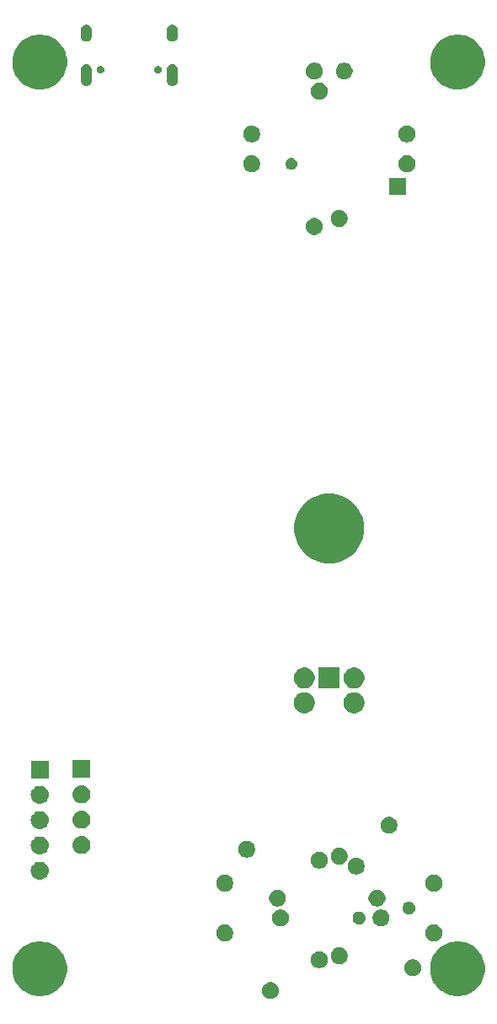
<source format=gbs>
G04 #@! TF.GenerationSoftware,KiCad,Pcbnew,(5.1.2)-1*
G04 #@! TF.CreationDate,2019-06-30T01:41:10-07:00*
G04 #@! TF.ProjectId,joy,6a6f792e-6b69-4636-9164-5f7063625858,rev?*
G04 #@! TF.SameCoordinates,Original*
G04 #@! TF.FileFunction,Soldermask,Bot*
G04 #@! TF.FilePolarity,Negative*
%FSLAX46Y46*%
G04 Gerber Fmt 4.6, Leading zero omitted, Abs format (unit mm)*
G04 Created by KiCad (PCBNEW (5.1.2)-1) date 2019-06-30 01:41:10*
%MOMM*%
%LPD*%
G04 APERTURE LIST*
%ADD10C,0.100000*%
G04 APERTURE END LIST*
D10*
G36*
X27448228Y-96381703D02*
G01*
X27603100Y-96445853D01*
X27742481Y-96538985D01*
X27861015Y-96657519D01*
X27954147Y-96796900D01*
X28018297Y-96951772D01*
X28051000Y-97116184D01*
X28051000Y-97283816D01*
X28018297Y-97448228D01*
X27954147Y-97603100D01*
X27861015Y-97742481D01*
X27742481Y-97861015D01*
X27603100Y-97954147D01*
X27448228Y-98018297D01*
X27283816Y-98051000D01*
X27116184Y-98051000D01*
X26951772Y-98018297D01*
X26796900Y-97954147D01*
X26657519Y-97861015D01*
X26538985Y-97742481D01*
X26445853Y-97603100D01*
X26381703Y-97448228D01*
X26349000Y-97283816D01*
X26349000Y-97116184D01*
X26381703Y-96951772D01*
X26445853Y-96796900D01*
X26538985Y-96657519D01*
X26657519Y-96538985D01*
X26796900Y-96445853D01*
X26951772Y-96381703D01*
X27116184Y-96349000D01*
X27283816Y-96349000D01*
X27448228Y-96381703D01*
X27448228Y-96381703D01*
G37*
G36*
X4536693Y-92301859D02*
G01*
X4802437Y-92354719D01*
X5303087Y-92562095D01*
X5483561Y-92682684D01*
X5753660Y-92863158D01*
X6136842Y-93246340D01*
X6265563Y-93438985D01*
X6437905Y-93696913D01*
X6645281Y-94197563D01*
X6696319Y-94454147D01*
X6751000Y-94729049D01*
X6751000Y-95270951D01*
X6715186Y-95451000D01*
X6645281Y-95802437D01*
X6437905Y-96303087D01*
X6322160Y-96476311D01*
X6136842Y-96753660D01*
X5753660Y-97136842D01*
X5533697Y-97283816D01*
X5303087Y-97437905D01*
X4802437Y-97645281D01*
X4536694Y-97698140D01*
X4270951Y-97751000D01*
X3729049Y-97751000D01*
X3463306Y-97698140D01*
X3197563Y-97645281D01*
X2696913Y-97437905D01*
X2466303Y-97283816D01*
X2246340Y-97136842D01*
X1863158Y-96753660D01*
X1677840Y-96476311D01*
X1562095Y-96303087D01*
X1354719Y-95802437D01*
X1284814Y-95451000D01*
X1249000Y-95270951D01*
X1249000Y-94729049D01*
X1303681Y-94454147D01*
X1354719Y-94197563D01*
X1562095Y-93696913D01*
X1734437Y-93438985D01*
X1863158Y-93246340D01*
X2246340Y-92863158D01*
X2516439Y-92682684D01*
X2696913Y-92562095D01*
X3197563Y-92354719D01*
X3463307Y-92301859D01*
X3729049Y-92249000D01*
X4270951Y-92249000D01*
X4536693Y-92301859D01*
X4536693Y-92301859D01*
G37*
G36*
X46536693Y-92301859D02*
G01*
X46802437Y-92354719D01*
X47303087Y-92562095D01*
X47483561Y-92682684D01*
X47753660Y-92863158D01*
X48136842Y-93246340D01*
X48265563Y-93438985D01*
X48437905Y-93696913D01*
X48645281Y-94197563D01*
X48696319Y-94454147D01*
X48751000Y-94729049D01*
X48751000Y-95270951D01*
X48715186Y-95451000D01*
X48645281Y-95802437D01*
X48437905Y-96303087D01*
X48322160Y-96476311D01*
X48136842Y-96753660D01*
X47753660Y-97136842D01*
X47533697Y-97283816D01*
X47303087Y-97437905D01*
X46802437Y-97645281D01*
X46536693Y-97698141D01*
X46270951Y-97751000D01*
X45729049Y-97751000D01*
X45463306Y-97698140D01*
X45197563Y-97645281D01*
X44696913Y-97437905D01*
X44466303Y-97283816D01*
X44246340Y-97136842D01*
X43863158Y-96753660D01*
X43677840Y-96476311D01*
X43562095Y-96303087D01*
X43354719Y-95802437D01*
X43284814Y-95451000D01*
X43249000Y-95270951D01*
X43249000Y-94729049D01*
X43303681Y-94454147D01*
X43354719Y-94197563D01*
X43562095Y-93696913D01*
X43734437Y-93438985D01*
X43863158Y-93246340D01*
X44246340Y-92863158D01*
X44516439Y-92682684D01*
X44696913Y-92562095D01*
X45197563Y-92354719D01*
X45463307Y-92301859D01*
X45729049Y-92249000D01*
X46270951Y-92249000D01*
X46536693Y-92301859D01*
X46536693Y-92301859D01*
G37*
G36*
X41748228Y-94081703D02*
G01*
X41903100Y-94145853D01*
X42042481Y-94238985D01*
X42161015Y-94357519D01*
X42254147Y-94496900D01*
X42318297Y-94651772D01*
X42351000Y-94816184D01*
X42351000Y-94983816D01*
X42318297Y-95148228D01*
X42254147Y-95303100D01*
X42161015Y-95442481D01*
X42042481Y-95561015D01*
X41903100Y-95654147D01*
X41748228Y-95718297D01*
X41583816Y-95751000D01*
X41416184Y-95751000D01*
X41251772Y-95718297D01*
X41096900Y-95654147D01*
X40957519Y-95561015D01*
X40838985Y-95442481D01*
X40745853Y-95303100D01*
X40681703Y-95148228D01*
X40649000Y-94983816D01*
X40649000Y-94816184D01*
X40681703Y-94651772D01*
X40745853Y-94496900D01*
X40838985Y-94357519D01*
X40957519Y-94238985D01*
X41096900Y-94145853D01*
X41251772Y-94081703D01*
X41416184Y-94049000D01*
X41583816Y-94049000D01*
X41748228Y-94081703D01*
X41748228Y-94081703D01*
G37*
G36*
X32348228Y-93281703D02*
G01*
X32503100Y-93345853D01*
X32642481Y-93438985D01*
X32761015Y-93557519D01*
X32854147Y-93696900D01*
X32918297Y-93851772D01*
X32951000Y-94016184D01*
X32951000Y-94183816D01*
X32918297Y-94348228D01*
X32854147Y-94503100D01*
X32761015Y-94642481D01*
X32642481Y-94761015D01*
X32503100Y-94854147D01*
X32348228Y-94918297D01*
X32183816Y-94951000D01*
X32016184Y-94951000D01*
X31851772Y-94918297D01*
X31696900Y-94854147D01*
X31557519Y-94761015D01*
X31438985Y-94642481D01*
X31345853Y-94503100D01*
X31281703Y-94348228D01*
X31249000Y-94183816D01*
X31249000Y-94016184D01*
X31281703Y-93851772D01*
X31345853Y-93696900D01*
X31438985Y-93557519D01*
X31557519Y-93438985D01*
X31696900Y-93345853D01*
X31851772Y-93281703D01*
X32016184Y-93249000D01*
X32183816Y-93249000D01*
X32348228Y-93281703D01*
X32348228Y-93281703D01*
G37*
G36*
X34348228Y-92881703D02*
G01*
X34503100Y-92945853D01*
X34642481Y-93038985D01*
X34761015Y-93157519D01*
X34854147Y-93296900D01*
X34918297Y-93451772D01*
X34951000Y-93616184D01*
X34951000Y-93783816D01*
X34918297Y-93948228D01*
X34854147Y-94103100D01*
X34761015Y-94242481D01*
X34642481Y-94361015D01*
X34503100Y-94454147D01*
X34348228Y-94518297D01*
X34183816Y-94551000D01*
X34016184Y-94551000D01*
X33851772Y-94518297D01*
X33696900Y-94454147D01*
X33557519Y-94361015D01*
X33438985Y-94242481D01*
X33345853Y-94103100D01*
X33281703Y-93948228D01*
X33249000Y-93783816D01*
X33249000Y-93616184D01*
X33281703Y-93451772D01*
X33345853Y-93296900D01*
X33438985Y-93157519D01*
X33557519Y-93038985D01*
X33696900Y-92945853D01*
X33851772Y-92881703D01*
X34016184Y-92849000D01*
X34183816Y-92849000D01*
X34348228Y-92881703D01*
X34348228Y-92881703D01*
G37*
G36*
X43848228Y-90581703D02*
G01*
X44003100Y-90645853D01*
X44142481Y-90738985D01*
X44261015Y-90857519D01*
X44354147Y-90996900D01*
X44418297Y-91151772D01*
X44451000Y-91316184D01*
X44451000Y-91483816D01*
X44418297Y-91648228D01*
X44354147Y-91803100D01*
X44261015Y-91942481D01*
X44142481Y-92061015D01*
X44003100Y-92154147D01*
X43848228Y-92218297D01*
X43683816Y-92251000D01*
X43516184Y-92251000D01*
X43351772Y-92218297D01*
X43196900Y-92154147D01*
X43057519Y-92061015D01*
X42938985Y-91942481D01*
X42845853Y-91803100D01*
X42781703Y-91648228D01*
X42749000Y-91483816D01*
X42749000Y-91316184D01*
X42781703Y-91151772D01*
X42845853Y-90996900D01*
X42938985Y-90857519D01*
X43057519Y-90738985D01*
X43196900Y-90645853D01*
X43351772Y-90581703D01*
X43516184Y-90549000D01*
X43683816Y-90549000D01*
X43848228Y-90581703D01*
X43848228Y-90581703D01*
G37*
G36*
X22848228Y-90581703D02*
G01*
X23003100Y-90645853D01*
X23142481Y-90738985D01*
X23261015Y-90857519D01*
X23354147Y-90996900D01*
X23418297Y-91151772D01*
X23451000Y-91316184D01*
X23451000Y-91483816D01*
X23418297Y-91648228D01*
X23354147Y-91803100D01*
X23261015Y-91942481D01*
X23142481Y-92061015D01*
X23003100Y-92154147D01*
X22848228Y-92218297D01*
X22683816Y-92251000D01*
X22516184Y-92251000D01*
X22351772Y-92218297D01*
X22196900Y-92154147D01*
X22057519Y-92061015D01*
X21938985Y-91942481D01*
X21845853Y-91803100D01*
X21781703Y-91648228D01*
X21749000Y-91483816D01*
X21749000Y-91316184D01*
X21781703Y-91151772D01*
X21845853Y-90996900D01*
X21938985Y-90857519D01*
X22057519Y-90738985D01*
X22196900Y-90645853D01*
X22351772Y-90581703D01*
X22516184Y-90549000D01*
X22683816Y-90549000D01*
X22848228Y-90581703D01*
X22848228Y-90581703D01*
G37*
G36*
X28448228Y-89081703D02*
G01*
X28603100Y-89145853D01*
X28742481Y-89238985D01*
X28861015Y-89357519D01*
X28954147Y-89496900D01*
X29018297Y-89651772D01*
X29051000Y-89816184D01*
X29051000Y-89983816D01*
X29018297Y-90148228D01*
X28954147Y-90303100D01*
X28861015Y-90442481D01*
X28742481Y-90561015D01*
X28603100Y-90654147D01*
X28448228Y-90718297D01*
X28283816Y-90751000D01*
X28116184Y-90751000D01*
X27951772Y-90718297D01*
X27796900Y-90654147D01*
X27657519Y-90561015D01*
X27538985Y-90442481D01*
X27445853Y-90303100D01*
X27381703Y-90148228D01*
X27349000Y-89983816D01*
X27349000Y-89816184D01*
X27381703Y-89651772D01*
X27445853Y-89496900D01*
X27538985Y-89357519D01*
X27657519Y-89238985D01*
X27796900Y-89145853D01*
X27951772Y-89081703D01*
X28116184Y-89049000D01*
X28283816Y-89049000D01*
X28448228Y-89081703D01*
X28448228Y-89081703D01*
G37*
G36*
X38548228Y-89081703D02*
G01*
X38703100Y-89145853D01*
X38842481Y-89238985D01*
X38961015Y-89357519D01*
X39054147Y-89496900D01*
X39118297Y-89651772D01*
X39151000Y-89816184D01*
X39151000Y-89983816D01*
X39118297Y-90148228D01*
X39054147Y-90303100D01*
X38961015Y-90442481D01*
X38842481Y-90561015D01*
X38703100Y-90654147D01*
X38548228Y-90718297D01*
X38383816Y-90751000D01*
X38216184Y-90751000D01*
X38051772Y-90718297D01*
X37896900Y-90654147D01*
X37757519Y-90561015D01*
X37638985Y-90442481D01*
X37545853Y-90303100D01*
X37481703Y-90148228D01*
X37449000Y-89983816D01*
X37449000Y-89816184D01*
X37481703Y-89651772D01*
X37545853Y-89496900D01*
X37638985Y-89357519D01*
X37757519Y-89238985D01*
X37896900Y-89145853D01*
X38051772Y-89081703D01*
X38216184Y-89049000D01*
X38383816Y-89049000D01*
X38548228Y-89081703D01*
X38548228Y-89081703D01*
G37*
G36*
X36289890Y-89274017D02*
G01*
X36408364Y-89323091D01*
X36514988Y-89394335D01*
X36605665Y-89485012D01*
X36676909Y-89591636D01*
X36725983Y-89710110D01*
X36751000Y-89835882D01*
X36751000Y-89964118D01*
X36725983Y-90089890D01*
X36676909Y-90208364D01*
X36605665Y-90314988D01*
X36514988Y-90405665D01*
X36408364Y-90476909D01*
X36408363Y-90476910D01*
X36408362Y-90476910D01*
X36289890Y-90525983D01*
X36164119Y-90551000D01*
X36035881Y-90551000D01*
X35910110Y-90525983D01*
X35791638Y-90476910D01*
X35791637Y-90476910D01*
X35791636Y-90476909D01*
X35685012Y-90405665D01*
X35594335Y-90314988D01*
X35523091Y-90208364D01*
X35474017Y-90089890D01*
X35449000Y-89964118D01*
X35449000Y-89835882D01*
X35474017Y-89710110D01*
X35523091Y-89591636D01*
X35594335Y-89485012D01*
X35685012Y-89394335D01*
X35791636Y-89323091D01*
X35910110Y-89274017D01*
X36035881Y-89249000D01*
X36164119Y-89249000D01*
X36289890Y-89274017D01*
X36289890Y-89274017D01*
G37*
G36*
X41289890Y-88274017D02*
G01*
X41408364Y-88323091D01*
X41514988Y-88394335D01*
X41605665Y-88485012D01*
X41676909Y-88591636D01*
X41725983Y-88710110D01*
X41751000Y-88835882D01*
X41751000Y-88964118D01*
X41725983Y-89089890D01*
X41676909Y-89208364D01*
X41605665Y-89314988D01*
X41514988Y-89405665D01*
X41408364Y-89476909D01*
X41408363Y-89476910D01*
X41408362Y-89476910D01*
X41289890Y-89525983D01*
X41164119Y-89551000D01*
X41035881Y-89551000D01*
X40910110Y-89525983D01*
X40791638Y-89476910D01*
X40791637Y-89476910D01*
X40791636Y-89476909D01*
X40685012Y-89405665D01*
X40594335Y-89314988D01*
X40523091Y-89208364D01*
X40474017Y-89089890D01*
X40449000Y-88964118D01*
X40449000Y-88835882D01*
X40474017Y-88710110D01*
X40523091Y-88591636D01*
X40594335Y-88485012D01*
X40685012Y-88394335D01*
X40791636Y-88323091D01*
X40910110Y-88274017D01*
X41035881Y-88249000D01*
X41164119Y-88249000D01*
X41289890Y-88274017D01*
X41289890Y-88274017D01*
G37*
G36*
X28148228Y-87081703D02*
G01*
X28303100Y-87145853D01*
X28442481Y-87238985D01*
X28561015Y-87357519D01*
X28654147Y-87496900D01*
X28718297Y-87651772D01*
X28751000Y-87816184D01*
X28751000Y-87983816D01*
X28718297Y-88148228D01*
X28654147Y-88303100D01*
X28561015Y-88442481D01*
X28442481Y-88561015D01*
X28303100Y-88654147D01*
X28148228Y-88718297D01*
X27983816Y-88751000D01*
X27816184Y-88751000D01*
X27651772Y-88718297D01*
X27496900Y-88654147D01*
X27357519Y-88561015D01*
X27238985Y-88442481D01*
X27145853Y-88303100D01*
X27081703Y-88148228D01*
X27049000Y-87983816D01*
X27049000Y-87816184D01*
X27081703Y-87651772D01*
X27145853Y-87496900D01*
X27238985Y-87357519D01*
X27357519Y-87238985D01*
X27496900Y-87145853D01*
X27651772Y-87081703D01*
X27816184Y-87049000D01*
X27983816Y-87049000D01*
X28148228Y-87081703D01*
X28148228Y-87081703D01*
G37*
G36*
X38148228Y-87081703D02*
G01*
X38303100Y-87145853D01*
X38442481Y-87238985D01*
X38561015Y-87357519D01*
X38654147Y-87496900D01*
X38718297Y-87651772D01*
X38751000Y-87816184D01*
X38751000Y-87983816D01*
X38718297Y-88148228D01*
X38654147Y-88303100D01*
X38561015Y-88442481D01*
X38442481Y-88561015D01*
X38303100Y-88654147D01*
X38148228Y-88718297D01*
X37983816Y-88751000D01*
X37816184Y-88751000D01*
X37651772Y-88718297D01*
X37496900Y-88654147D01*
X37357519Y-88561015D01*
X37238985Y-88442481D01*
X37145853Y-88303100D01*
X37081703Y-88148228D01*
X37049000Y-87983816D01*
X37049000Y-87816184D01*
X37081703Y-87651772D01*
X37145853Y-87496900D01*
X37238985Y-87357519D01*
X37357519Y-87238985D01*
X37496900Y-87145853D01*
X37651772Y-87081703D01*
X37816184Y-87049000D01*
X37983816Y-87049000D01*
X38148228Y-87081703D01*
X38148228Y-87081703D01*
G37*
G36*
X43848228Y-85581703D02*
G01*
X44003100Y-85645853D01*
X44142481Y-85738985D01*
X44261015Y-85857519D01*
X44354147Y-85996900D01*
X44418297Y-86151772D01*
X44451000Y-86316184D01*
X44451000Y-86483816D01*
X44418297Y-86648228D01*
X44354147Y-86803100D01*
X44261015Y-86942481D01*
X44142481Y-87061015D01*
X44003100Y-87154147D01*
X43848228Y-87218297D01*
X43683816Y-87251000D01*
X43516184Y-87251000D01*
X43351772Y-87218297D01*
X43196900Y-87154147D01*
X43057519Y-87061015D01*
X42938985Y-86942481D01*
X42845853Y-86803100D01*
X42781703Y-86648228D01*
X42749000Y-86483816D01*
X42749000Y-86316184D01*
X42781703Y-86151772D01*
X42845853Y-85996900D01*
X42938985Y-85857519D01*
X43057519Y-85738985D01*
X43196900Y-85645853D01*
X43351772Y-85581703D01*
X43516184Y-85549000D01*
X43683816Y-85549000D01*
X43848228Y-85581703D01*
X43848228Y-85581703D01*
G37*
G36*
X22848228Y-85581703D02*
G01*
X23003100Y-85645853D01*
X23142481Y-85738985D01*
X23261015Y-85857519D01*
X23354147Y-85996900D01*
X23418297Y-86151772D01*
X23451000Y-86316184D01*
X23451000Y-86483816D01*
X23418297Y-86648228D01*
X23354147Y-86803100D01*
X23261015Y-86942481D01*
X23142481Y-87061015D01*
X23003100Y-87154147D01*
X22848228Y-87218297D01*
X22683816Y-87251000D01*
X22516184Y-87251000D01*
X22351772Y-87218297D01*
X22196900Y-87154147D01*
X22057519Y-87061015D01*
X21938985Y-86942481D01*
X21845853Y-86803100D01*
X21781703Y-86648228D01*
X21749000Y-86483816D01*
X21749000Y-86316184D01*
X21781703Y-86151772D01*
X21845853Y-85996900D01*
X21938985Y-85857519D01*
X22057519Y-85738985D01*
X22196900Y-85645853D01*
X22351772Y-85581703D01*
X22516184Y-85549000D01*
X22683816Y-85549000D01*
X22848228Y-85581703D01*
X22848228Y-85581703D01*
G37*
G36*
X4110443Y-84265519D02*
G01*
X4176627Y-84272037D01*
X4346466Y-84323557D01*
X4502991Y-84407222D01*
X4538729Y-84436552D01*
X4640186Y-84519814D01*
X4719274Y-84616184D01*
X4752778Y-84657009D01*
X4836443Y-84813534D01*
X4887963Y-84983373D01*
X4905359Y-85160000D01*
X4887963Y-85336627D01*
X4836443Y-85506466D01*
X4752778Y-85662991D01*
X4723448Y-85698729D01*
X4640186Y-85800186D01*
X4570323Y-85857520D01*
X4502991Y-85912778D01*
X4346466Y-85996443D01*
X4176627Y-86047963D01*
X4110443Y-86054481D01*
X4044260Y-86061000D01*
X3955740Y-86061000D01*
X3889557Y-86054481D01*
X3823373Y-86047963D01*
X3653534Y-85996443D01*
X3497009Y-85912778D01*
X3429677Y-85857520D01*
X3359814Y-85800186D01*
X3276552Y-85698729D01*
X3247222Y-85662991D01*
X3163557Y-85506466D01*
X3112037Y-85336627D01*
X3094641Y-85160000D01*
X3112037Y-84983373D01*
X3163557Y-84813534D01*
X3247222Y-84657009D01*
X3280726Y-84616184D01*
X3359814Y-84519814D01*
X3461271Y-84436552D01*
X3497009Y-84407222D01*
X3653534Y-84323557D01*
X3823373Y-84272037D01*
X3889557Y-84265519D01*
X3955740Y-84259000D01*
X4044260Y-84259000D01*
X4110443Y-84265519D01*
X4110443Y-84265519D01*
G37*
G36*
X36048228Y-83881703D02*
G01*
X36203100Y-83945853D01*
X36342481Y-84038985D01*
X36461015Y-84157519D01*
X36554147Y-84296900D01*
X36618297Y-84451772D01*
X36651000Y-84616184D01*
X36651000Y-84783816D01*
X36618297Y-84948228D01*
X36554147Y-85103100D01*
X36461015Y-85242481D01*
X36342481Y-85361015D01*
X36203100Y-85454147D01*
X36048228Y-85518297D01*
X35883816Y-85551000D01*
X35716184Y-85551000D01*
X35551772Y-85518297D01*
X35396900Y-85454147D01*
X35257519Y-85361015D01*
X35138985Y-85242481D01*
X35045853Y-85103100D01*
X34981703Y-84948228D01*
X34949000Y-84783816D01*
X34949000Y-84616184D01*
X34981703Y-84451772D01*
X35045853Y-84296900D01*
X35138985Y-84157519D01*
X35257519Y-84038985D01*
X35396900Y-83945853D01*
X35551772Y-83881703D01*
X35716184Y-83849000D01*
X35883816Y-83849000D01*
X36048228Y-83881703D01*
X36048228Y-83881703D01*
G37*
G36*
X32348228Y-83281703D02*
G01*
X32503100Y-83345853D01*
X32642481Y-83438985D01*
X32761015Y-83557519D01*
X32854147Y-83696900D01*
X32918297Y-83851772D01*
X32951000Y-84016184D01*
X32951000Y-84183816D01*
X32918297Y-84348228D01*
X32854147Y-84503100D01*
X32761015Y-84642481D01*
X32642481Y-84761015D01*
X32503100Y-84854147D01*
X32348228Y-84918297D01*
X32183816Y-84951000D01*
X32016184Y-84951000D01*
X31851772Y-84918297D01*
X31696900Y-84854147D01*
X31557519Y-84761015D01*
X31438985Y-84642481D01*
X31345853Y-84503100D01*
X31281703Y-84348228D01*
X31249000Y-84183816D01*
X31249000Y-84016184D01*
X31281703Y-83851772D01*
X31345853Y-83696900D01*
X31438985Y-83557519D01*
X31557519Y-83438985D01*
X31696900Y-83345853D01*
X31851772Y-83281703D01*
X32016184Y-83249000D01*
X32183816Y-83249000D01*
X32348228Y-83281703D01*
X32348228Y-83281703D01*
G37*
G36*
X34348228Y-82881703D02*
G01*
X34503100Y-82945853D01*
X34642481Y-83038985D01*
X34761015Y-83157519D01*
X34854147Y-83296900D01*
X34918297Y-83451772D01*
X34951000Y-83616184D01*
X34951000Y-83783816D01*
X34918297Y-83948228D01*
X34854147Y-84103100D01*
X34761015Y-84242481D01*
X34642481Y-84361015D01*
X34503100Y-84454147D01*
X34348228Y-84518297D01*
X34183816Y-84551000D01*
X34016184Y-84551000D01*
X33851772Y-84518297D01*
X33696900Y-84454147D01*
X33557519Y-84361015D01*
X33438985Y-84242481D01*
X33345853Y-84103100D01*
X33281703Y-83948228D01*
X33249000Y-83783816D01*
X33249000Y-83616184D01*
X33281703Y-83451772D01*
X33345853Y-83296900D01*
X33438985Y-83157519D01*
X33557519Y-83038985D01*
X33696900Y-82945853D01*
X33851772Y-82881703D01*
X34016184Y-82849000D01*
X34183816Y-82849000D01*
X34348228Y-82881703D01*
X34348228Y-82881703D01*
G37*
G36*
X25048228Y-82181703D02*
G01*
X25203100Y-82245853D01*
X25342481Y-82338985D01*
X25461015Y-82457519D01*
X25554147Y-82596900D01*
X25618297Y-82751772D01*
X25651000Y-82916184D01*
X25651000Y-83083816D01*
X25618297Y-83248228D01*
X25554147Y-83403100D01*
X25461015Y-83542481D01*
X25342481Y-83661015D01*
X25203100Y-83754147D01*
X25048228Y-83818297D01*
X24883816Y-83851000D01*
X24716184Y-83851000D01*
X24551772Y-83818297D01*
X24396900Y-83754147D01*
X24257519Y-83661015D01*
X24138985Y-83542481D01*
X24045853Y-83403100D01*
X23981703Y-83248228D01*
X23949000Y-83083816D01*
X23949000Y-82916184D01*
X23981703Y-82751772D01*
X24045853Y-82596900D01*
X24138985Y-82457519D01*
X24257519Y-82338985D01*
X24396900Y-82245853D01*
X24551772Y-82181703D01*
X24716184Y-82149000D01*
X24883816Y-82149000D01*
X25048228Y-82181703D01*
X25048228Y-82181703D01*
G37*
G36*
X4110442Y-81725518D02*
G01*
X4176627Y-81732037D01*
X4346466Y-81783557D01*
X4502991Y-81867222D01*
X4538729Y-81896552D01*
X4640186Y-81979814D01*
X4723448Y-82081271D01*
X4752778Y-82117009D01*
X4836443Y-82273534D01*
X4887963Y-82443373D01*
X4905359Y-82620000D01*
X4887963Y-82796627D01*
X4836443Y-82966466D01*
X4752778Y-83122991D01*
X4724441Y-83157519D01*
X4640186Y-83260186D01*
X4563916Y-83322778D01*
X4502991Y-83372778D01*
X4346466Y-83456443D01*
X4176627Y-83507963D01*
X4110443Y-83514481D01*
X4044260Y-83521000D01*
X3955740Y-83521000D01*
X3889557Y-83514481D01*
X3823373Y-83507963D01*
X3653534Y-83456443D01*
X3497009Y-83372778D01*
X3436084Y-83322778D01*
X3359814Y-83260186D01*
X3275559Y-83157519D01*
X3247222Y-83122991D01*
X3163557Y-82966466D01*
X3112037Y-82796627D01*
X3094641Y-82620000D01*
X3112037Y-82443373D01*
X3163557Y-82273534D01*
X3247222Y-82117009D01*
X3276552Y-82081271D01*
X3359814Y-81979814D01*
X3461271Y-81896552D01*
X3497009Y-81867222D01*
X3653534Y-81783557D01*
X3823373Y-81732037D01*
X3889558Y-81725518D01*
X3955740Y-81719000D01*
X4044260Y-81719000D01*
X4110442Y-81725518D01*
X4110442Y-81725518D01*
G37*
G36*
X8310443Y-81675519D02*
G01*
X8376627Y-81682037D01*
X8546466Y-81733557D01*
X8702991Y-81817222D01*
X8738729Y-81846552D01*
X8840186Y-81929814D01*
X8923448Y-82031271D01*
X8952778Y-82067009D01*
X9036443Y-82223534D01*
X9087963Y-82393373D01*
X9105359Y-82570000D01*
X9087963Y-82746627D01*
X9036443Y-82916466D01*
X8952778Y-83072991D01*
X8943894Y-83083816D01*
X8840186Y-83210186D01*
X8738729Y-83293448D01*
X8702991Y-83322778D01*
X8546466Y-83406443D01*
X8376627Y-83457963D01*
X8310442Y-83464482D01*
X8244260Y-83471000D01*
X8155740Y-83471000D01*
X8089558Y-83464482D01*
X8023373Y-83457963D01*
X7853534Y-83406443D01*
X7697009Y-83322778D01*
X7661271Y-83293448D01*
X7559814Y-83210186D01*
X7456106Y-83083816D01*
X7447222Y-83072991D01*
X7363557Y-82916466D01*
X7312037Y-82746627D01*
X7294641Y-82570000D01*
X7312037Y-82393373D01*
X7363557Y-82223534D01*
X7447222Y-82067009D01*
X7476552Y-82031271D01*
X7559814Y-81929814D01*
X7661271Y-81846552D01*
X7697009Y-81817222D01*
X7853534Y-81733557D01*
X8023373Y-81682037D01*
X8089557Y-81675519D01*
X8155740Y-81669000D01*
X8244260Y-81669000D01*
X8310443Y-81675519D01*
X8310443Y-81675519D01*
G37*
G36*
X39348228Y-79781703D02*
G01*
X39503100Y-79845853D01*
X39642481Y-79938985D01*
X39761015Y-80057519D01*
X39854147Y-80196900D01*
X39918297Y-80351772D01*
X39951000Y-80516184D01*
X39951000Y-80683816D01*
X39918297Y-80848228D01*
X39854147Y-81003100D01*
X39761015Y-81142481D01*
X39642481Y-81261015D01*
X39503100Y-81354147D01*
X39348228Y-81418297D01*
X39183816Y-81451000D01*
X39016184Y-81451000D01*
X38851772Y-81418297D01*
X38696900Y-81354147D01*
X38557519Y-81261015D01*
X38438985Y-81142481D01*
X38345853Y-81003100D01*
X38281703Y-80848228D01*
X38249000Y-80683816D01*
X38249000Y-80516184D01*
X38281703Y-80351772D01*
X38345853Y-80196900D01*
X38438985Y-80057519D01*
X38557519Y-79938985D01*
X38696900Y-79845853D01*
X38851772Y-79781703D01*
X39016184Y-79749000D01*
X39183816Y-79749000D01*
X39348228Y-79781703D01*
X39348228Y-79781703D01*
G37*
G36*
X4110443Y-79185519D02*
G01*
X4176627Y-79192037D01*
X4346466Y-79243557D01*
X4502991Y-79327222D01*
X4538729Y-79356552D01*
X4640186Y-79439814D01*
X4723448Y-79541271D01*
X4752778Y-79577009D01*
X4836443Y-79733534D01*
X4887963Y-79903373D01*
X4905359Y-80080000D01*
X4887963Y-80256627D01*
X4836443Y-80426466D01*
X4752778Y-80582991D01*
X4723448Y-80618729D01*
X4640186Y-80720186D01*
X4563916Y-80782778D01*
X4502991Y-80832778D01*
X4346466Y-80916443D01*
X4176627Y-80967963D01*
X4110442Y-80974482D01*
X4044260Y-80981000D01*
X3955740Y-80981000D01*
X3889558Y-80974482D01*
X3823373Y-80967963D01*
X3653534Y-80916443D01*
X3497009Y-80832778D01*
X3436084Y-80782778D01*
X3359814Y-80720186D01*
X3276552Y-80618729D01*
X3247222Y-80582991D01*
X3163557Y-80426466D01*
X3112037Y-80256627D01*
X3094641Y-80080000D01*
X3112037Y-79903373D01*
X3163557Y-79733534D01*
X3247222Y-79577009D01*
X3276552Y-79541271D01*
X3359814Y-79439814D01*
X3461271Y-79356552D01*
X3497009Y-79327222D01*
X3653534Y-79243557D01*
X3823373Y-79192037D01*
X3889557Y-79185519D01*
X3955740Y-79179000D01*
X4044260Y-79179000D01*
X4110443Y-79185519D01*
X4110443Y-79185519D01*
G37*
G36*
X8310443Y-79135519D02*
G01*
X8376627Y-79142037D01*
X8546466Y-79193557D01*
X8702991Y-79277222D01*
X8738729Y-79306552D01*
X8840186Y-79389814D01*
X8923448Y-79491271D01*
X8952778Y-79527009D01*
X9036443Y-79683534D01*
X9087963Y-79853373D01*
X9105359Y-80030000D01*
X9087963Y-80206627D01*
X9036443Y-80376466D01*
X8952778Y-80532991D01*
X8923448Y-80568729D01*
X8840186Y-80670186D01*
X8738729Y-80753448D01*
X8702991Y-80782778D01*
X8546466Y-80866443D01*
X8376627Y-80917963D01*
X8310443Y-80924481D01*
X8244260Y-80931000D01*
X8155740Y-80931000D01*
X8089557Y-80924481D01*
X8023373Y-80917963D01*
X7853534Y-80866443D01*
X7697009Y-80782778D01*
X7661271Y-80753448D01*
X7559814Y-80670186D01*
X7476552Y-80568729D01*
X7447222Y-80532991D01*
X7363557Y-80376466D01*
X7312037Y-80206627D01*
X7294641Y-80030000D01*
X7312037Y-79853373D01*
X7363557Y-79683534D01*
X7447222Y-79527009D01*
X7476552Y-79491271D01*
X7559814Y-79389814D01*
X7661271Y-79306552D01*
X7697009Y-79277222D01*
X7853534Y-79193557D01*
X8023373Y-79142037D01*
X8089557Y-79135519D01*
X8155740Y-79129000D01*
X8244260Y-79129000D01*
X8310443Y-79135519D01*
X8310443Y-79135519D01*
G37*
G36*
X4110442Y-76645518D02*
G01*
X4176627Y-76652037D01*
X4346466Y-76703557D01*
X4502991Y-76787222D01*
X4538729Y-76816552D01*
X4640186Y-76899814D01*
X4723448Y-77001271D01*
X4752778Y-77037009D01*
X4836443Y-77193534D01*
X4887963Y-77363373D01*
X4905359Y-77540000D01*
X4887963Y-77716627D01*
X4836443Y-77886466D01*
X4752778Y-78042991D01*
X4723448Y-78078729D01*
X4640186Y-78180186D01*
X4563916Y-78242778D01*
X4502991Y-78292778D01*
X4346466Y-78376443D01*
X4176627Y-78427963D01*
X4110442Y-78434482D01*
X4044260Y-78441000D01*
X3955740Y-78441000D01*
X3889558Y-78434482D01*
X3823373Y-78427963D01*
X3653534Y-78376443D01*
X3497009Y-78292778D01*
X3436084Y-78242778D01*
X3359814Y-78180186D01*
X3276552Y-78078729D01*
X3247222Y-78042991D01*
X3163557Y-77886466D01*
X3112037Y-77716627D01*
X3094641Y-77540000D01*
X3112037Y-77363373D01*
X3163557Y-77193534D01*
X3247222Y-77037009D01*
X3276552Y-77001271D01*
X3359814Y-76899814D01*
X3461271Y-76816552D01*
X3497009Y-76787222D01*
X3653534Y-76703557D01*
X3823373Y-76652037D01*
X3889558Y-76645518D01*
X3955740Y-76639000D01*
X4044260Y-76639000D01*
X4110442Y-76645518D01*
X4110442Y-76645518D01*
G37*
G36*
X8310442Y-76595518D02*
G01*
X8376627Y-76602037D01*
X8546466Y-76653557D01*
X8702991Y-76737222D01*
X8738729Y-76766552D01*
X8840186Y-76849814D01*
X8923448Y-76951271D01*
X8952778Y-76987009D01*
X9036443Y-77143534D01*
X9087963Y-77313373D01*
X9105359Y-77490000D01*
X9087963Y-77666627D01*
X9036443Y-77836466D01*
X8952778Y-77992991D01*
X8923448Y-78028729D01*
X8840186Y-78130186D01*
X8738729Y-78213448D01*
X8702991Y-78242778D01*
X8546466Y-78326443D01*
X8376627Y-78377963D01*
X8310442Y-78384482D01*
X8244260Y-78391000D01*
X8155740Y-78391000D01*
X8089558Y-78384482D01*
X8023373Y-78377963D01*
X7853534Y-78326443D01*
X7697009Y-78242778D01*
X7661271Y-78213448D01*
X7559814Y-78130186D01*
X7476552Y-78028729D01*
X7447222Y-77992991D01*
X7363557Y-77836466D01*
X7312037Y-77666627D01*
X7294641Y-77490000D01*
X7312037Y-77313373D01*
X7363557Y-77143534D01*
X7447222Y-76987009D01*
X7476552Y-76951271D01*
X7559814Y-76849814D01*
X7661271Y-76766552D01*
X7697009Y-76737222D01*
X7853534Y-76653557D01*
X8023373Y-76602037D01*
X8089558Y-76595518D01*
X8155740Y-76589000D01*
X8244260Y-76589000D01*
X8310442Y-76595518D01*
X8310442Y-76595518D01*
G37*
G36*
X4901000Y-75901000D02*
G01*
X3099000Y-75901000D01*
X3099000Y-74099000D01*
X4901000Y-74099000D01*
X4901000Y-75901000D01*
X4901000Y-75901000D01*
G37*
G36*
X9101000Y-75851000D02*
G01*
X7299000Y-75851000D01*
X7299000Y-74049000D01*
X9101000Y-74049000D01*
X9101000Y-75851000D01*
X9101000Y-75851000D01*
G37*
G36*
X35906564Y-67289389D02*
G01*
X36097833Y-67368615D01*
X36097835Y-67368616D01*
X36269973Y-67483635D01*
X36416365Y-67630027D01*
X36531385Y-67802167D01*
X36610611Y-67993436D01*
X36651000Y-68196484D01*
X36651000Y-68403516D01*
X36610611Y-68606564D01*
X36531385Y-68797833D01*
X36531384Y-68797835D01*
X36416365Y-68969973D01*
X36269973Y-69116365D01*
X36097835Y-69231384D01*
X36097834Y-69231385D01*
X36097833Y-69231385D01*
X35906564Y-69310611D01*
X35703516Y-69351000D01*
X35496484Y-69351000D01*
X35293436Y-69310611D01*
X35102167Y-69231385D01*
X35102166Y-69231385D01*
X35102165Y-69231384D01*
X34930027Y-69116365D01*
X34783635Y-68969973D01*
X34668616Y-68797835D01*
X34668615Y-68797833D01*
X34589389Y-68606564D01*
X34549000Y-68403516D01*
X34549000Y-68196484D01*
X34589389Y-67993436D01*
X34668615Y-67802167D01*
X34783635Y-67630027D01*
X34930027Y-67483635D01*
X35102165Y-67368616D01*
X35102167Y-67368615D01*
X35293436Y-67289389D01*
X35496484Y-67249000D01*
X35703516Y-67249000D01*
X35906564Y-67289389D01*
X35906564Y-67289389D01*
G37*
G36*
X30906564Y-67289389D02*
G01*
X31097833Y-67368615D01*
X31097835Y-67368616D01*
X31269973Y-67483635D01*
X31416365Y-67630027D01*
X31531385Y-67802167D01*
X31610611Y-67993436D01*
X31651000Y-68196484D01*
X31651000Y-68403516D01*
X31610611Y-68606564D01*
X31531385Y-68797833D01*
X31531384Y-68797835D01*
X31416365Y-68969973D01*
X31269973Y-69116365D01*
X31097835Y-69231384D01*
X31097834Y-69231385D01*
X31097833Y-69231385D01*
X30906564Y-69310611D01*
X30703516Y-69351000D01*
X30496484Y-69351000D01*
X30293436Y-69310611D01*
X30102167Y-69231385D01*
X30102166Y-69231385D01*
X30102165Y-69231384D01*
X29930027Y-69116365D01*
X29783635Y-68969973D01*
X29668616Y-68797835D01*
X29668615Y-68797833D01*
X29589389Y-68606564D01*
X29549000Y-68403516D01*
X29549000Y-68196484D01*
X29589389Y-67993436D01*
X29668615Y-67802167D01*
X29783635Y-67630027D01*
X29930027Y-67483635D01*
X30102165Y-67368616D01*
X30102167Y-67368615D01*
X30293436Y-67289389D01*
X30496484Y-67249000D01*
X30703516Y-67249000D01*
X30906564Y-67289389D01*
X30906564Y-67289389D01*
G37*
G36*
X35906564Y-64789389D02*
G01*
X36097833Y-64868615D01*
X36097835Y-64868616D01*
X36269973Y-64983635D01*
X36416365Y-65130027D01*
X36531385Y-65302167D01*
X36610611Y-65493436D01*
X36651000Y-65696484D01*
X36651000Y-65903516D01*
X36610611Y-66106564D01*
X36531385Y-66297833D01*
X36531384Y-66297835D01*
X36416365Y-66469973D01*
X36269973Y-66616365D01*
X36097835Y-66731384D01*
X36097834Y-66731385D01*
X36097833Y-66731385D01*
X35906564Y-66810611D01*
X35703516Y-66851000D01*
X35496484Y-66851000D01*
X35293436Y-66810611D01*
X35102167Y-66731385D01*
X35102166Y-66731385D01*
X35102165Y-66731384D01*
X34930027Y-66616365D01*
X34783635Y-66469973D01*
X34668616Y-66297835D01*
X34668615Y-66297833D01*
X34589389Y-66106564D01*
X34549000Y-65903516D01*
X34549000Y-65696484D01*
X34589389Y-65493436D01*
X34668615Y-65302167D01*
X34783635Y-65130027D01*
X34930027Y-64983635D01*
X35102165Y-64868616D01*
X35102167Y-64868615D01*
X35293436Y-64789389D01*
X35496484Y-64749000D01*
X35703516Y-64749000D01*
X35906564Y-64789389D01*
X35906564Y-64789389D01*
G37*
G36*
X30906564Y-64789389D02*
G01*
X31097833Y-64868615D01*
X31097835Y-64868616D01*
X31269973Y-64983635D01*
X31416365Y-65130027D01*
X31531385Y-65302167D01*
X31610611Y-65493436D01*
X31651000Y-65696484D01*
X31651000Y-65903516D01*
X31610611Y-66106564D01*
X31531385Y-66297833D01*
X31531384Y-66297835D01*
X31416365Y-66469973D01*
X31269973Y-66616365D01*
X31097835Y-66731384D01*
X31097834Y-66731385D01*
X31097833Y-66731385D01*
X30906564Y-66810611D01*
X30703516Y-66851000D01*
X30496484Y-66851000D01*
X30293436Y-66810611D01*
X30102167Y-66731385D01*
X30102166Y-66731385D01*
X30102165Y-66731384D01*
X29930027Y-66616365D01*
X29783635Y-66469973D01*
X29668616Y-66297835D01*
X29668615Y-66297833D01*
X29589389Y-66106564D01*
X29549000Y-65903516D01*
X29549000Y-65696484D01*
X29589389Y-65493436D01*
X29668615Y-65302167D01*
X29783635Y-65130027D01*
X29930027Y-64983635D01*
X30102165Y-64868616D01*
X30102167Y-64868615D01*
X30293436Y-64789389D01*
X30496484Y-64749000D01*
X30703516Y-64749000D01*
X30906564Y-64789389D01*
X30906564Y-64789389D01*
G37*
G36*
X34151000Y-66851000D02*
G01*
X32049000Y-66851000D01*
X32049000Y-64749000D01*
X34151000Y-64749000D01*
X34151000Y-66851000D01*
X34151000Y-66851000D01*
G37*
G36*
X33895742Y-47388694D02*
G01*
X34121204Y-47433541D01*
X34385116Y-47542857D01*
X34758344Y-47697453D01*
X35331757Y-48080595D01*
X35819405Y-48568243D01*
X36202547Y-49141656D01*
X36466459Y-49778797D01*
X36601000Y-50455180D01*
X36601000Y-51144820D01*
X36466459Y-51821203D01*
X36202547Y-52458344D01*
X35819405Y-53031757D01*
X35331757Y-53519405D01*
X34758344Y-53902547D01*
X34385116Y-54057143D01*
X34121204Y-54166459D01*
X33895742Y-54211306D01*
X33444820Y-54301000D01*
X32755180Y-54301000D01*
X32304258Y-54211306D01*
X32078796Y-54166459D01*
X31814884Y-54057143D01*
X31441656Y-53902547D01*
X30868243Y-53519405D01*
X30380595Y-53031757D01*
X29997453Y-52458344D01*
X29733541Y-51821203D01*
X29599000Y-51144820D01*
X29599000Y-50455180D01*
X29733541Y-49778797D01*
X29997453Y-49141656D01*
X30380595Y-48568243D01*
X30868243Y-48080595D01*
X31441656Y-47697453D01*
X31814884Y-47542857D01*
X32078796Y-47433541D01*
X32304258Y-47388694D01*
X32755180Y-47299000D01*
X33444820Y-47299000D01*
X33895742Y-47388694D01*
X33895742Y-47388694D01*
G37*
G36*
X31848228Y-19681703D02*
G01*
X32003100Y-19745853D01*
X32142481Y-19838985D01*
X32261015Y-19957519D01*
X32354147Y-20096900D01*
X32418297Y-20251772D01*
X32451000Y-20416184D01*
X32451000Y-20583816D01*
X32418297Y-20748228D01*
X32354147Y-20903100D01*
X32261015Y-21042481D01*
X32142481Y-21161015D01*
X32003100Y-21254147D01*
X31848228Y-21318297D01*
X31683816Y-21351000D01*
X31516184Y-21351000D01*
X31351772Y-21318297D01*
X31196900Y-21254147D01*
X31057519Y-21161015D01*
X30938985Y-21042481D01*
X30845853Y-20903100D01*
X30781703Y-20748228D01*
X30749000Y-20583816D01*
X30749000Y-20416184D01*
X30781703Y-20251772D01*
X30845853Y-20096900D01*
X30938985Y-19957519D01*
X31057519Y-19838985D01*
X31196900Y-19745853D01*
X31351772Y-19681703D01*
X31516184Y-19649000D01*
X31683816Y-19649000D01*
X31848228Y-19681703D01*
X31848228Y-19681703D01*
G37*
G36*
X34348228Y-18861703D02*
G01*
X34503100Y-18925853D01*
X34642481Y-19018985D01*
X34761015Y-19137519D01*
X34854147Y-19276900D01*
X34918297Y-19431772D01*
X34951000Y-19596184D01*
X34951000Y-19763816D01*
X34918297Y-19928228D01*
X34854147Y-20083100D01*
X34761015Y-20222481D01*
X34642481Y-20341015D01*
X34503100Y-20434147D01*
X34348228Y-20498297D01*
X34183816Y-20531000D01*
X34016184Y-20531000D01*
X33851772Y-20498297D01*
X33696900Y-20434147D01*
X33557519Y-20341015D01*
X33438985Y-20222481D01*
X33345853Y-20083100D01*
X33281703Y-19928228D01*
X33249000Y-19763816D01*
X33249000Y-19596184D01*
X33281703Y-19431772D01*
X33345853Y-19276900D01*
X33438985Y-19137519D01*
X33557519Y-19018985D01*
X33696900Y-18925853D01*
X33851772Y-18861703D01*
X34016184Y-18829000D01*
X34183816Y-18829000D01*
X34348228Y-18861703D01*
X34348228Y-18861703D01*
G37*
G36*
X40811000Y-17301000D02*
G01*
X39109000Y-17301000D01*
X39109000Y-15599000D01*
X40811000Y-15599000D01*
X40811000Y-17301000D01*
X40811000Y-17301000D01*
G37*
G36*
X41148228Y-13381703D02*
G01*
X41303100Y-13445853D01*
X41442481Y-13538985D01*
X41561015Y-13657519D01*
X41654147Y-13796900D01*
X41718297Y-13951772D01*
X41751000Y-14116184D01*
X41751000Y-14283816D01*
X41718297Y-14448228D01*
X41654147Y-14603100D01*
X41561015Y-14742481D01*
X41442481Y-14861015D01*
X41303100Y-14954147D01*
X41148228Y-15018297D01*
X40983816Y-15051000D01*
X40816184Y-15051000D01*
X40651772Y-15018297D01*
X40496900Y-14954147D01*
X40357519Y-14861015D01*
X40238985Y-14742481D01*
X40145853Y-14603100D01*
X40081703Y-14448228D01*
X40049000Y-14283816D01*
X40049000Y-14116184D01*
X40081703Y-13951772D01*
X40145853Y-13796900D01*
X40238985Y-13657519D01*
X40357519Y-13538985D01*
X40496900Y-13445853D01*
X40651772Y-13381703D01*
X40816184Y-13349000D01*
X40983816Y-13349000D01*
X41148228Y-13381703D01*
X41148228Y-13381703D01*
G37*
G36*
X25548228Y-13381703D02*
G01*
X25703100Y-13445853D01*
X25842481Y-13538985D01*
X25961015Y-13657519D01*
X26054147Y-13796900D01*
X26118297Y-13951772D01*
X26151000Y-14116184D01*
X26151000Y-14283816D01*
X26118297Y-14448228D01*
X26054147Y-14603100D01*
X25961015Y-14742481D01*
X25842481Y-14861015D01*
X25703100Y-14954147D01*
X25548228Y-15018297D01*
X25383816Y-15051000D01*
X25216184Y-15051000D01*
X25051772Y-15018297D01*
X24896900Y-14954147D01*
X24757519Y-14861015D01*
X24638985Y-14742481D01*
X24545853Y-14603100D01*
X24481703Y-14448228D01*
X24449000Y-14283816D01*
X24449000Y-14116184D01*
X24481703Y-13951772D01*
X24545853Y-13796900D01*
X24638985Y-13657519D01*
X24757519Y-13538985D01*
X24896900Y-13445853D01*
X25051772Y-13381703D01*
X25216184Y-13349000D01*
X25383816Y-13349000D01*
X25548228Y-13381703D01*
X25548228Y-13381703D01*
G37*
G36*
X29436601Y-13614397D02*
G01*
X29475305Y-13622096D01*
X29507340Y-13635365D01*
X29584680Y-13667400D01*
X29683115Y-13733173D01*
X29766827Y-13816885D01*
X29832600Y-13915320D01*
X29877904Y-14024696D01*
X29901000Y-14140805D01*
X29901000Y-14259195D01*
X29877904Y-14375304D01*
X29832600Y-14484680D01*
X29766827Y-14583115D01*
X29683115Y-14666827D01*
X29584680Y-14732600D01*
X29507340Y-14764635D01*
X29475305Y-14777904D01*
X29436601Y-14785603D01*
X29359195Y-14801000D01*
X29240805Y-14801000D01*
X29163399Y-14785603D01*
X29124695Y-14777904D01*
X29092660Y-14764635D01*
X29015320Y-14732600D01*
X28916885Y-14666827D01*
X28833173Y-14583115D01*
X28767400Y-14484680D01*
X28722096Y-14375304D01*
X28699000Y-14259195D01*
X28699000Y-14140805D01*
X28722096Y-14024696D01*
X28767400Y-13915320D01*
X28833173Y-13816885D01*
X28916885Y-13733173D01*
X29015320Y-13667400D01*
X29092660Y-13635365D01*
X29124695Y-13622096D01*
X29163399Y-13614397D01*
X29240805Y-13599000D01*
X29359195Y-13599000D01*
X29436601Y-13614397D01*
X29436601Y-13614397D01*
G37*
G36*
X25548228Y-10381703D02*
G01*
X25703100Y-10445853D01*
X25842481Y-10538985D01*
X25961015Y-10657519D01*
X26054147Y-10796900D01*
X26118297Y-10951772D01*
X26151000Y-11116184D01*
X26151000Y-11283816D01*
X26118297Y-11448228D01*
X26054147Y-11603100D01*
X25961015Y-11742481D01*
X25842481Y-11861015D01*
X25703100Y-11954147D01*
X25548228Y-12018297D01*
X25383816Y-12051000D01*
X25216184Y-12051000D01*
X25051772Y-12018297D01*
X24896900Y-11954147D01*
X24757519Y-11861015D01*
X24638985Y-11742481D01*
X24545853Y-11603100D01*
X24481703Y-11448228D01*
X24449000Y-11283816D01*
X24449000Y-11116184D01*
X24481703Y-10951772D01*
X24545853Y-10796900D01*
X24638985Y-10657519D01*
X24757519Y-10538985D01*
X24896900Y-10445853D01*
X25051772Y-10381703D01*
X25216184Y-10349000D01*
X25383816Y-10349000D01*
X25548228Y-10381703D01*
X25548228Y-10381703D01*
G37*
G36*
X41148228Y-10381703D02*
G01*
X41303100Y-10445853D01*
X41442481Y-10538985D01*
X41561015Y-10657519D01*
X41654147Y-10796900D01*
X41718297Y-10951772D01*
X41751000Y-11116184D01*
X41751000Y-11283816D01*
X41718297Y-11448228D01*
X41654147Y-11603100D01*
X41561015Y-11742481D01*
X41442481Y-11861015D01*
X41303100Y-11954147D01*
X41148228Y-12018297D01*
X40983816Y-12051000D01*
X40816184Y-12051000D01*
X40651772Y-12018297D01*
X40496900Y-11954147D01*
X40357519Y-11861015D01*
X40238985Y-11742481D01*
X40145853Y-11603100D01*
X40081703Y-11448228D01*
X40049000Y-11283816D01*
X40049000Y-11116184D01*
X40081703Y-10951772D01*
X40145853Y-10796900D01*
X40238985Y-10657519D01*
X40357519Y-10538985D01*
X40496900Y-10445853D01*
X40651772Y-10381703D01*
X40816184Y-10349000D01*
X40983816Y-10349000D01*
X41148228Y-10381703D01*
X41148228Y-10381703D01*
G37*
G36*
X32348228Y-6101703D02*
G01*
X32503100Y-6165853D01*
X32642481Y-6258985D01*
X32761015Y-6377519D01*
X32854147Y-6516900D01*
X32918297Y-6671772D01*
X32951000Y-6836184D01*
X32951000Y-7003816D01*
X32918297Y-7168228D01*
X32854147Y-7323100D01*
X32761015Y-7462481D01*
X32642481Y-7581015D01*
X32503100Y-7674147D01*
X32348228Y-7738297D01*
X32183816Y-7771000D01*
X32016184Y-7771000D01*
X31851772Y-7738297D01*
X31696900Y-7674147D01*
X31557519Y-7581015D01*
X31438985Y-7462481D01*
X31345853Y-7323100D01*
X31281703Y-7168228D01*
X31249000Y-7003816D01*
X31249000Y-6836184D01*
X31281703Y-6671772D01*
X31345853Y-6516900D01*
X31438985Y-6377519D01*
X31557519Y-6258985D01*
X31696900Y-6165853D01*
X31851772Y-6101703D01*
X32016184Y-6069000D01*
X32183816Y-6069000D01*
X32348228Y-6101703D01*
X32348228Y-6101703D01*
G37*
G36*
X46536694Y-1301860D02*
G01*
X46802437Y-1354719D01*
X47303087Y-1562095D01*
X47483561Y-1682684D01*
X47753660Y-1863158D01*
X48136842Y-2246340D01*
X48317316Y-2516439D01*
X48437905Y-2696913D01*
X48571363Y-3019109D01*
X48645281Y-3197564D01*
X48751000Y-3729049D01*
X48751000Y-4270951D01*
X48701835Y-4518118D01*
X48645281Y-4802437D01*
X48437905Y-5303087D01*
X48437898Y-5303097D01*
X48136842Y-5753660D01*
X47753660Y-6136842D01*
X47523909Y-6290356D01*
X47303087Y-6437905D01*
X46802437Y-6645281D01*
X46669262Y-6671771D01*
X46270951Y-6751000D01*
X45729049Y-6751000D01*
X45330738Y-6671771D01*
X45197563Y-6645281D01*
X44696913Y-6437905D01*
X44476091Y-6290356D01*
X44246340Y-6136842D01*
X43863158Y-5753660D01*
X43562102Y-5303097D01*
X43562095Y-5303087D01*
X43354719Y-4802437D01*
X43298165Y-4518118D01*
X43249000Y-4270951D01*
X43249000Y-3729049D01*
X43354719Y-3197564D01*
X43428637Y-3019109D01*
X43562095Y-2696913D01*
X43682684Y-2516439D01*
X43863158Y-2246340D01*
X44246340Y-1863158D01*
X44516439Y-1682684D01*
X44696913Y-1562095D01*
X45197563Y-1354719D01*
X45463306Y-1301860D01*
X45729049Y-1249000D01*
X46270951Y-1249000D01*
X46536694Y-1301860D01*
X46536694Y-1301860D01*
G37*
G36*
X4536693Y-1301859D02*
G01*
X4802437Y-1354719D01*
X5303087Y-1562095D01*
X5483561Y-1682684D01*
X5753660Y-1863158D01*
X6136842Y-2246340D01*
X6317316Y-2516439D01*
X6437905Y-2696913D01*
X6571363Y-3019109D01*
X6645281Y-3197564D01*
X6751000Y-3729049D01*
X6751000Y-4270951D01*
X6701835Y-4518118D01*
X6645281Y-4802437D01*
X6437905Y-5303087D01*
X6437898Y-5303097D01*
X6136842Y-5753660D01*
X5753660Y-6136842D01*
X5523909Y-6290356D01*
X5303087Y-6437905D01*
X4802437Y-6645281D01*
X4669262Y-6671771D01*
X4270951Y-6751000D01*
X3729049Y-6751000D01*
X3330738Y-6671771D01*
X3197563Y-6645281D01*
X2696913Y-6437905D01*
X2476091Y-6290356D01*
X2246340Y-6136842D01*
X1863158Y-5753660D01*
X1562102Y-5303097D01*
X1562095Y-5303087D01*
X1354719Y-4802437D01*
X1298165Y-4518118D01*
X1249000Y-4270951D01*
X1249000Y-3729049D01*
X1354719Y-3197564D01*
X1428637Y-3019109D01*
X1562095Y-2696913D01*
X1682684Y-2516439D01*
X1863158Y-2246340D01*
X2246340Y-1863158D01*
X2516439Y-1682684D01*
X2696913Y-1562095D01*
X3197563Y-1354719D01*
X3463307Y-1301859D01*
X3729049Y-1249000D01*
X4270951Y-1249000D01*
X4536693Y-1301859D01*
X4536693Y-1301859D01*
G37*
G36*
X17428015Y-4186973D02*
G01*
X17531879Y-4218479D01*
X17559055Y-4233005D01*
X17627600Y-4269643D01*
X17711501Y-4338499D01*
X17780357Y-4422400D01*
X17799354Y-4457942D01*
X17831521Y-4518121D01*
X17863027Y-4621985D01*
X17871000Y-4702933D01*
X17871000Y-5857067D01*
X17863027Y-5938015D01*
X17831521Y-6041879D01*
X17831519Y-6041882D01*
X17780762Y-6136842D01*
X17780356Y-6137600D01*
X17711501Y-6221501D01*
X17690630Y-6238629D01*
X17627599Y-6290357D01*
X17575907Y-6317987D01*
X17531878Y-6341521D01*
X17428014Y-6373027D01*
X17320000Y-6383666D01*
X17211985Y-6373027D01*
X17108121Y-6341521D01*
X17053820Y-6312496D01*
X17012401Y-6290357D01*
X16974174Y-6258985D01*
X16928499Y-6221501D01*
X16859644Y-6137600D01*
X16859239Y-6136842D01*
X16822976Y-6069000D01*
X16808479Y-6041878D01*
X16776973Y-5938014D01*
X16769000Y-5857066D01*
X16769001Y-4702933D01*
X16776974Y-4621985D01*
X16808480Y-4518121D01*
X16840647Y-4457942D01*
X16859644Y-4422400D01*
X16928500Y-4338499D01*
X17012401Y-4269643D01*
X17080946Y-4233005D01*
X17108122Y-4218479D01*
X17211986Y-4186973D01*
X17320000Y-4176334D01*
X17428015Y-4186973D01*
X17428015Y-4186973D01*
G37*
G36*
X8788015Y-4186973D02*
G01*
X8891879Y-4218479D01*
X8919055Y-4233005D01*
X8987600Y-4269643D01*
X9071501Y-4338499D01*
X9140357Y-4422400D01*
X9159354Y-4457942D01*
X9191521Y-4518121D01*
X9223027Y-4621985D01*
X9231000Y-4702933D01*
X9231000Y-5857067D01*
X9223027Y-5938015D01*
X9191521Y-6041879D01*
X9191519Y-6041882D01*
X9140762Y-6136842D01*
X9140356Y-6137600D01*
X9071501Y-6221501D01*
X9050630Y-6238629D01*
X8987599Y-6290357D01*
X8935907Y-6317987D01*
X8891878Y-6341521D01*
X8788014Y-6373027D01*
X8680000Y-6383666D01*
X8571985Y-6373027D01*
X8468121Y-6341521D01*
X8413820Y-6312496D01*
X8372401Y-6290357D01*
X8334174Y-6258985D01*
X8288499Y-6221501D01*
X8219644Y-6137600D01*
X8219239Y-6136842D01*
X8182976Y-6069000D01*
X8168479Y-6041878D01*
X8136973Y-5938014D01*
X8129000Y-5857066D01*
X8129001Y-4702933D01*
X8136974Y-4621985D01*
X8168480Y-4518121D01*
X8200647Y-4457942D01*
X8219644Y-4422400D01*
X8288500Y-4338499D01*
X8372401Y-4269643D01*
X8440946Y-4233005D01*
X8468122Y-4218479D01*
X8571986Y-4186973D01*
X8680000Y-4176334D01*
X8788015Y-4186973D01*
X8788015Y-4186973D01*
G37*
G36*
X31848228Y-4081703D02*
G01*
X32003100Y-4145853D01*
X32142481Y-4238985D01*
X32261015Y-4357519D01*
X32354147Y-4496900D01*
X32418297Y-4651772D01*
X32451000Y-4816184D01*
X32451000Y-4983816D01*
X32418297Y-5148228D01*
X32354147Y-5303100D01*
X32261015Y-5442481D01*
X32142481Y-5561015D01*
X32003100Y-5654147D01*
X31848228Y-5718297D01*
X31683816Y-5751000D01*
X31516184Y-5751000D01*
X31351772Y-5718297D01*
X31196900Y-5654147D01*
X31057519Y-5561015D01*
X30938985Y-5442481D01*
X30845853Y-5303100D01*
X30781703Y-5148228D01*
X30749000Y-4983816D01*
X30749000Y-4816184D01*
X30781703Y-4651772D01*
X30845853Y-4496900D01*
X30938985Y-4357519D01*
X31057519Y-4238985D01*
X31196900Y-4145853D01*
X31351772Y-4081703D01*
X31516184Y-4049000D01*
X31683816Y-4049000D01*
X31848228Y-4081703D01*
X31848228Y-4081703D01*
G37*
G36*
X34848228Y-4081703D02*
G01*
X35003100Y-4145853D01*
X35142481Y-4238985D01*
X35261015Y-4357519D01*
X35354147Y-4496900D01*
X35418297Y-4651772D01*
X35451000Y-4816184D01*
X35451000Y-4983816D01*
X35418297Y-5148228D01*
X35354147Y-5303100D01*
X35261015Y-5442481D01*
X35142481Y-5561015D01*
X35003100Y-5654147D01*
X34848228Y-5718297D01*
X34683816Y-5751000D01*
X34516184Y-5751000D01*
X34351772Y-5718297D01*
X34196900Y-5654147D01*
X34057519Y-5561015D01*
X33938985Y-5442481D01*
X33845853Y-5303100D01*
X33781703Y-5148228D01*
X33749000Y-4983816D01*
X33749000Y-4816184D01*
X33781703Y-4651772D01*
X33845853Y-4496900D01*
X33938985Y-4357519D01*
X34057519Y-4238985D01*
X34196900Y-4145853D01*
X34351772Y-4081703D01*
X34516184Y-4049000D01*
X34683816Y-4049000D01*
X34848228Y-4081703D01*
X34848228Y-4081703D01*
G37*
G36*
X15999672Y-4388449D02*
G01*
X15999674Y-4388450D01*
X15999675Y-4388450D01*
X16068103Y-4416793D01*
X16129686Y-4457942D01*
X16182058Y-4510314D01*
X16223207Y-4571897D01*
X16243954Y-4621987D01*
X16251551Y-4640328D01*
X16266000Y-4712966D01*
X16266000Y-4787034D01*
X16260202Y-4816184D01*
X16251550Y-4859675D01*
X16223207Y-4928103D01*
X16182058Y-4989686D01*
X16129686Y-5042058D01*
X16068103Y-5083207D01*
X15999675Y-5111550D01*
X15999674Y-5111550D01*
X15999672Y-5111551D01*
X15927034Y-5126000D01*
X15852966Y-5126000D01*
X15780328Y-5111551D01*
X15780326Y-5111550D01*
X15780325Y-5111550D01*
X15711897Y-5083207D01*
X15650314Y-5042058D01*
X15597942Y-4989686D01*
X15556793Y-4928103D01*
X15528450Y-4859675D01*
X15519799Y-4816184D01*
X15514000Y-4787034D01*
X15514000Y-4712966D01*
X15528449Y-4640328D01*
X15536046Y-4621987D01*
X15556793Y-4571897D01*
X15597942Y-4510314D01*
X15650314Y-4457942D01*
X15711897Y-4416793D01*
X15780325Y-4388450D01*
X15780326Y-4388450D01*
X15780328Y-4388449D01*
X15852966Y-4374000D01*
X15927034Y-4374000D01*
X15999672Y-4388449D01*
X15999672Y-4388449D01*
G37*
G36*
X10219672Y-4388449D02*
G01*
X10219674Y-4388450D01*
X10219675Y-4388450D01*
X10288103Y-4416793D01*
X10349686Y-4457942D01*
X10402058Y-4510314D01*
X10443207Y-4571897D01*
X10463954Y-4621987D01*
X10471551Y-4640328D01*
X10486000Y-4712966D01*
X10486000Y-4787034D01*
X10480202Y-4816184D01*
X10471550Y-4859675D01*
X10443207Y-4928103D01*
X10402058Y-4989686D01*
X10349686Y-5042058D01*
X10288103Y-5083207D01*
X10219675Y-5111550D01*
X10219674Y-5111550D01*
X10219672Y-5111551D01*
X10147034Y-5126000D01*
X10072966Y-5126000D01*
X10000328Y-5111551D01*
X10000326Y-5111550D01*
X10000325Y-5111550D01*
X9931897Y-5083207D01*
X9870314Y-5042058D01*
X9817942Y-4989686D01*
X9776793Y-4928103D01*
X9748450Y-4859675D01*
X9739799Y-4816184D01*
X9734000Y-4787034D01*
X9734000Y-4712966D01*
X9748449Y-4640328D01*
X9756046Y-4621987D01*
X9776793Y-4571897D01*
X9817942Y-4510314D01*
X9870314Y-4457942D01*
X9931897Y-4416793D01*
X10000325Y-4388450D01*
X10000326Y-4388450D01*
X10000328Y-4388449D01*
X10072966Y-4374000D01*
X10147034Y-4374000D01*
X10219672Y-4388449D01*
X10219672Y-4388449D01*
G37*
G36*
X17428015Y-256973D02*
G01*
X17531879Y-288479D01*
X17559055Y-303005D01*
X17627600Y-339643D01*
X17711501Y-408499D01*
X17780357Y-492400D01*
X17816995Y-560945D01*
X17831521Y-588121D01*
X17863027Y-691985D01*
X17871000Y-772933D01*
X17871000Y-1427067D01*
X17863027Y-1508015D01*
X17831521Y-1611879D01*
X17780356Y-1707600D01*
X17711501Y-1791501D01*
X17648203Y-1843448D01*
X17627599Y-1860357D01*
X17575907Y-1887987D01*
X17531878Y-1911521D01*
X17428014Y-1943027D01*
X17320000Y-1953666D01*
X17211985Y-1943027D01*
X17108121Y-1911521D01*
X17064093Y-1887987D01*
X17012401Y-1860357D01*
X16991797Y-1843448D01*
X16928499Y-1791501D01*
X16859644Y-1707600D01*
X16808479Y-1611878D01*
X16776973Y-1508014D01*
X16769000Y-1427066D01*
X16769000Y-772933D01*
X16776973Y-691985D01*
X16808480Y-588121D01*
X16808482Y-588118D01*
X16859645Y-492399D01*
X16928500Y-408499D01*
X17012401Y-339643D01*
X17080946Y-303005D01*
X17108122Y-288479D01*
X17211986Y-256973D01*
X17320000Y-246334D01*
X17428015Y-256973D01*
X17428015Y-256973D01*
G37*
G36*
X8788015Y-256973D02*
G01*
X8891879Y-288479D01*
X8919055Y-303005D01*
X8987600Y-339643D01*
X9071501Y-408499D01*
X9140357Y-492400D01*
X9176995Y-560945D01*
X9191521Y-588121D01*
X9223027Y-691985D01*
X9231000Y-772933D01*
X9231000Y-1427067D01*
X9223027Y-1508015D01*
X9191521Y-1611879D01*
X9140356Y-1707600D01*
X9071501Y-1791501D01*
X9008203Y-1843448D01*
X8987599Y-1860357D01*
X8935907Y-1887987D01*
X8891878Y-1911521D01*
X8788014Y-1943027D01*
X8680000Y-1953666D01*
X8571985Y-1943027D01*
X8468121Y-1911521D01*
X8424093Y-1887987D01*
X8372401Y-1860357D01*
X8351797Y-1843448D01*
X8288499Y-1791501D01*
X8219644Y-1707600D01*
X8168479Y-1611878D01*
X8136973Y-1508014D01*
X8129000Y-1427066D01*
X8129000Y-772933D01*
X8136973Y-691985D01*
X8168480Y-588121D01*
X8168482Y-588118D01*
X8219645Y-492399D01*
X8288500Y-408499D01*
X8372401Y-339643D01*
X8440946Y-303005D01*
X8468122Y-288479D01*
X8571986Y-256973D01*
X8680000Y-246334D01*
X8788015Y-256973D01*
X8788015Y-256973D01*
G37*
M02*

</source>
